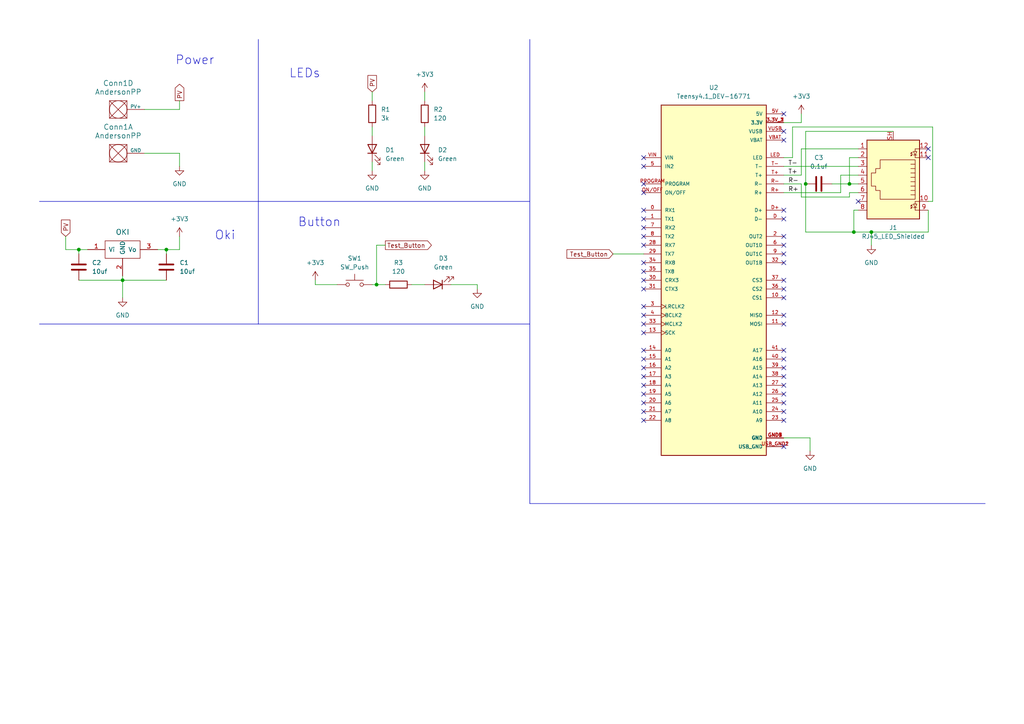
<source format=kicad_sch>
(kicad_sch (version 20230121) (generator eeschema)
  (paper "A4")
  (lib_symbols
    (symbol "Connector:RJ45_LED_Shielded" (pin_names (offset 1.016))
      (property "Reference" "J" (at -5.08 13.97 0))
      (property "Value" "RJ45_LED_Shielded" (at 1.27 13.97 0))
      (symbol "RJ45_LED_Shielded_0_1"
        (polyline (pts (xy -7.62 -7.62) (xy -6.35 -7.62)))
        (polyline (pts (xy -7.62 -5.08) (xy -6.35 -5.08)))
        (polyline (pts (xy -7.62 7.62) (xy -6.35 7.62)))
        (polyline (pts (xy -7.62 10.16) (xy -6.35 10.16)))
        (polyline (pts (xy -6.858 -5.842) (xy -5.842 -5.842)))
        (polyline (pts (xy -6.858 9.398) (xy -5.842 9.398)))
        (polyline (pts (xy -6.35 -7.62) (xy -6.35 -6.858)))
        (polyline (pts (xy -6.35 -5.08) (xy -6.35 -5.842)))
        (polyline (pts (xy -6.35 7.62) (xy -6.35 8.382)))
        (polyline (pts (xy -6.35 10.16) (xy -6.35 9.398)))
        (polyline (pts (xy -5.08 -6.223) (xy -5.207 -6.604)))
        (polyline (pts (xy -5.08 -5.588) (xy -5.207 -5.969)))
        (polyline (pts (xy -5.08 4.445) (xy -6.35 4.445)))
        (polyline (pts (xy -5.08 5.715) (xy -6.35 5.715)))
        (polyline (pts (xy -5.08 9.017) (xy -5.207 8.636)))
        (polyline (pts (xy -5.08 9.652) (xy -5.207 9.271)))
        (polyline (pts (xy -6.35 -3.175) (xy -5.08 -3.175) (xy -5.08 -3.175)))
        (polyline (pts (xy -6.35 -1.905) (xy -5.08 -1.905) (xy -5.08 -1.905)))
        (polyline (pts (xy -6.35 -0.635) (xy -5.08 -0.635) (xy -5.08 -0.635)))
        (polyline (pts (xy -6.35 0.635) (xy -5.08 0.635) (xy -5.08 0.635)))
        (polyline (pts (xy -6.35 1.905) (xy -5.08 1.905) (xy -5.08 1.905)))
        (polyline (pts (xy -5.588 -6.731) (xy -5.08 -6.223) (xy -5.461 -6.35)))
        (polyline (pts (xy -5.588 -6.096) (xy -5.08 -5.588) (xy -5.461 -5.715)))
        (polyline (pts (xy -5.588 8.509) (xy -5.08 9.017) (xy -5.461 8.89)))
        (polyline (pts (xy -5.588 9.144) (xy -5.08 9.652) (xy -5.461 9.525)))
        (polyline (pts (xy -5.08 3.175) (xy -6.35 3.175) (xy -6.35 3.175)))
        (polyline (pts (xy -6.35 -5.842) (xy -6.858 -6.858) (xy -5.842 -6.858) (xy -6.35 -5.842)))
        (polyline (pts (xy -6.35 9.398) (xy -6.858 8.382) (xy -5.842 8.382) (xy -6.35 9.398)))
        (polyline (pts (xy -6.35 -4.445) (xy -6.35 6.985) (xy 3.81 6.985) (xy 3.81 4.445) (xy 5.08 4.445) (xy 5.08 3.175) (xy 6.35 3.175) (xy 6.35 -0.635) (xy 5.08 -0.635) (xy 5.08 -1.905) (xy 3.81 -1.905) (xy 3.81 -4.445) (xy -6.35 -4.445) (xy -6.35 -4.445)))
        (rectangle (start 7.62 12.7) (end -7.62 -10.16) (stroke (width 0.254)) (fill (type background)))
      )
      (symbol "RJ45_LED_Shielded_1_1"
        (pin passive line (at 10.16 -7.62 180) (length 2.54) (name "~") (number "1"))
        (pin passive line (at -10.16 7.62 0) (length 2.54) (name "~") (number "10"))
        (pin passive line (at -10.16 -5.08 0) (length 2.54) (name "~") (number "11"))
        (pin passive line (at -10.16 -7.62 0) (length 2.54) (name "~") (number "12"))
        (pin passive line (at 10.16 -5.08 180) (length 2.54) (name "~") (number "2"))
        (pin passive line (at 10.16 -2.54 180) (length 2.54) (name "~") (number "3"))
        (pin passive line (at 10.16 0 180) (length 2.54) (name "~") (number "4"))
        (pin passive line (at 10.16 2.54 180) (length 2.54) (name "~") (number "5"))
        (pin passive line (at 10.16 5.08 180) (length 2.54) (name "~") (number "6"))
        (pin passive line (at 10.16 7.62 180) (length 2.54) (name "~") (number "7"))
        (pin passive line (at 10.16 10.16 180) (length 2.54) (name "~") (number "8"))
        (pin passive line (at -10.16 10.16 0) (length 2.54) (name "~") (number "9"))
        (pin passive line (at 0 -12.7 90) (length 2.54) (name "~") (number "SH"))
      )
    )
    (symbol "Device:C" (pin_numbers hide) (pin_names (offset 0.254))
      (property "Reference" "C" (at 0.635 2.54 0))
      (property "Value" "C" (at 0.635 -2.54 0))
      (symbol "C_0_1"
        (polyline (pts (xy -2.032 -0.762) (xy 2.032 -0.762)) (stroke (width 0.508)))
        (polyline (pts (xy -2.032 0.762) (xy 2.032 0.762)) (stroke (width 0.508)))
      )
      (symbol "C_1_1"
        (pin passive line (at 0 3.81 270) (length 2.794) (name "~") (number "1"))
        (pin passive line (at 0 -3.81 90) (length 2.794) (name "~") (number "2"))
      )
    )
    (symbol "Device:LED" (pin_numbers hide) (pin_names (offset 1.016) hide)
      (property "Reference" "D" (at 0 2.54 0))
      (property "Value" "LED" (at 0 -2.54 0))
      (symbol "LED_0_1"
        (polyline (pts (xy -1.27 -1.27) (xy -1.27 1.27)) (stroke (width 0.254)))
        (polyline (pts (xy -1.27 0) (xy 1.27 0)))
        (polyline (pts (xy 1.27 -1.27) (xy 1.27 1.27) (xy -1.27 0) (xy 1.27 -1.27)) (stroke (width 0.254)))
        (polyline (pts (xy -3.048 -0.762) (xy -4.572 -2.286) (xy -3.81 -2.286) (xy -4.572 -2.286) (xy -4.572 -1.524)))
        (polyline (pts (xy -1.778 -0.762) (xy -3.302 -2.286) (xy -2.54 -2.286) (xy -3.302 -2.286) (xy -3.302 -1.524)))
      )
      (symbol "LED_1_1"
        (pin passive line (at -3.81 0 0) (length 2.54) (name "K") (number "1"))
        (pin passive line (at 3.81 0 180) (length 2.54) (name "A") (number "2"))
      )
    )
    (symbol "Device:R" (pin_numbers hide) (pin_names (offset 0))
      (property "Reference" "R" (at 2.032 0 90))
      (property "Value" "R" (at 0 0 90))
      (symbol "R_0_1"
        (rectangle (start -1.016 -2.54) (end 1.016 2.54) (stroke (width 0.254)))
      )
      (symbol "R_1_1"
        (pin passive line (at 0 3.81 270) (length 1.27) (name "~") (number "1"))
        (pin passive line (at 0 -3.81 90) (length 1.27) (name "~") (number "2"))
      )
    )
    (symbol "MRDT_Connectors:AndersonPP" (pin_numbers hide) (pin_names (offset 0))
      (property "Reference" "Conn" (at 3.81 -1.27 0))
      (property "Value" "AndersonPP" (at 2.54 6.35 0))
      (symbol "AndersonPP_0_1"
        (polyline (pts (xy 0 5.08) (xy 5.08 0)))
        (polyline (pts (xy 5.08 5.08) (xy 0 0)))
        (rectangle (start 0 0) (end 5.08 5.08))
        (circle (center 2.54 2.54) (radius 2.54))
      )
      (symbol "AndersonPP_1_1"
        (pin input line (at 10.16 2.54 180) (length 5.08) (name "GND") (number "1"))
      )
      (symbol "AndersonPP_2_1"
        (pin input line (at 10.16 2.54 180) (length 5.08) (name "V+Log") (number "2"))
      )
      (symbol "AndersonPP_3_1"
        (pin input line (at 10.16 2.54 180) (length 5.08) (name "V+Act") (number "3"))
      )
      (symbol "AndersonPP_4_1"
        (pin input line (at 10.16 2.54 180) (length 5.08) (name "PV+") (number "4"))
      )
      (symbol "AndersonPP_5_1"
        (pin input line (at 10.16 2.54 180) (length 5.08) (name "~") (number "1"))
      )
    )
    (symbol "MRDT_Devices:OKI" (pin_names (offset 1.016))
      (property "Value" "OKI" (at 5.08 6.35 0))
      (symbol "OKI_0_1"
        (rectangle (start 0 0) (end 10.16 5.08))
      )
      (symbol "OKI_1_1"
        (pin input line (at -5.08 2.54 0) (length 5.08) (name "Vi") (number "1"))
        (pin output line (at 5.08 -5.08 90) (length 5.08) (name "GND") (number "2"))
        (pin output line (at 15.24 2.54 180) (length 5.08) (name "Vo") (number "3"))
      )
    )
    (symbol "MRDT_Shields:Teensy4.1_DEV-16771" (pin_names (offset 1.016))
      (property "Reference" "U" (at -15.24 52.07 0))
      (property "Value" "Teensy4.1_DEV-16771" (at -15.24 -53.34 0))
      (symbol "Teensy4.1_DEV-16771_0_0"
        (rectangle (start -15.24 -50.8) (end 15.24 50.8) (stroke (width 0.254)) (fill (type background)))
        (pin bidirectional line (at -20.32 20.32 0) (length 5.08) (name "RX1") (number "0"))
        (pin bidirectional line (at -20.32 17.78 0) (length 5.08) (name "TX1") (number "1"))
        (pin bidirectional line (at 20.32 -5.08 180) (length 5.08) (name "CS1") (number "10"))
        (pin bidirectional line (at 20.32 -12.7 180) (length 5.08) (name "MOSI") (number "11"))
        (pin bidirectional line (at 20.32 -10.16 180) (length 5.08) (name "MISO") (number "12"))
        (pin bidirectional clock (at -20.32 -15.24 0) (length 5.08) (name "SCK") (number "13"))
        (pin bidirectional line (at -20.32 -20.32 0) (length 5.08) (name "A0") (number "14"))
        (pin bidirectional line (at -20.32 -22.86 0) (length 5.08) (name "A1") (number "15"))
        (pin bidirectional line (at -20.32 -25.4 0) (length 5.08) (name "A2") (number "16"))
        (pin bidirectional line (at -20.32 -27.94 0) (length 5.08) (name "A3") (number "17"))
        (pin bidirectional line (at -20.32 -30.48 0) (length 5.08) (name "A4") (number "18"))
        (pin bidirectional line (at -20.32 -33.02 0) (length 5.08) (name "A5") (number "19"))
        (pin output line (at 20.32 12.7 180) (length 5.08) (name "OUT2") (number "2"))
        (pin bidirectional line (at -20.32 -35.56 0) (length 5.08) (name "A6") (number "20"))
        (pin bidirectional line (at -20.32 -38.1 0) (length 5.08) (name "A7") (number "21"))
        (pin bidirectional line (at -20.32 -40.64 0) (length 5.08) (name "A8") (number "22"))
        (pin bidirectional line (at 20.32 -40.64 180) (length 5.08) (name "A9") (number "23"))
        (pin bidirectional line (at 20.32 -38.1 180) (length 5.08) (name "A10") (number "24"))
        (pin bidirectional line (at 20.32 -35.56 180) (length 5.08) (name "A11") (number "25"))
        (pin bidirectional line (at 20.32 -33.02 180) (length 5.08) (name "A12") (number "26"))
        (pin bidirectional line (at 20.32 -30.48 180) (length 5.08) (name "A13") (number "27"))
        (pin bidirectional line (at -20.32 10.16 0) (length 5.08) (name "RX7") (number "28"))
        (pin bidirectional line (at -20.32 7.62 0) (length 5.08) (name "TX7") (number "29"))
        (pin bidirectional clock (at -20.32 -7.62 0) (length 5.08) (name "LRCLK2") (number "3"))
        (pin power_in line (at 20.32 45.72 180) (length 5.08) (name "3.3V") (number "3.3V_1"))
        (pin power_in line (at 20.32 45.72 180) (length 5.08) (name "3.3V") (number "3.3V_2"))
        (pin power_in line (at 20.32 45.72 180) (length 5.08) (name "3.3V") (number "3.3V_3"))
        (pin bidirectional line (at -20.32 0 0) (length 5.08) (name "CRX3") (number "30"))
        (pin bidirectional line (at -20.32 -2.54 0) (length 5.08) (name "CTX3") (number "31"))
        (pin output line (at 20.32 5.08 180) (length 5.08) (name "OUT1B") (number "32"))
        (pin bidirectional clock (at -20.32 -12.7 0) (length 5.08) (name "MCLK2") (number "33"))
        (pin bidirectional line (at -20.32 5.08 0) (length 5.08) (name "RX8") (number "34"))
        (pin bidirectional line (at -20.32 2.54 0) (length 5.08) (name "TX8") (number "35"))
        (pin bidirectional line (at 20.32 -2.54 180) (length 5.08) (name "CS2") (number "36"))
        (pin bidirectional line (at 20.32 0 180) (length 5.08) (name "CS3") (number "37"))
        (pin bidirectional line (at 20.32 -27.94 180) (length 5.08) (name "A14") (number "38"))
        (pin bidirectional line (at 20.32 -25.4 180) (length 5.08) (name "A15") (number "39"))
        (pin bidirectional clock (at -20.32 -10.16 0) (length 5.08) (name "BCLK2") (number "4"))
        (pin bidirectional line (at 20.32 -22.86 180) (length 5.08) (name "A16") (number "40"))
        (pin bidirectional line (at 20.32 -20.32 180) (length 5.08) (name "A17") (number "41"))
        (pin bidirectional line (at -20.32 33.02 0) (length 5.08) (name "IN2") (number "5"))
        (pin power_in line (at 20.32 48.26 180) (length 5.08) (name "5V") (number "5V"))
        (pin output line (at 20.32 10.16 180) (length 5.08) (name "OUT1D") (number "6"))
        (pin bidirectional line (at -20.32 15.24 0) (length 5.08) (name "RX2") (number "7"))
        (pin bidirectional line (at -20.32 12.7 0) (length 5.08) (name "TX2") (number "8"))
        (pin output line (at 20.32 7.62 180) (length 5.08) (name "OUT1C") (number "9"))
        (pin bidirectional line (at 20.32 17.78 180) (length 5.08) (name "D-") (number "D"))
        (pin bidirectional line (at 20.32 20.32 180) (length 5.08) (name "D+") (number "D+"))
        (pin power_in line (at 20.32 -45.72 180) (length 5.08) (name "GND") (number "GND1"))
        (pin power_in line (at 20.32 -45.72 180) (length 5.08) (name "GND") (number "GND2"))
        (pin power_in line (at 20.32 -45.72 180) (length 5.08) (name "GND") (number "GND3"))
        (pin power_in line (at 20.32 -45.72 180) (length 5.08) (name "GND") (number "GND4"))
        (pin power_in line (at 20.32 -45.72 180) (length 5.08) (name "GND") (number "GND5"))
        (pin bidirectional line (at 20.32 35.56 180) (length 5.08) (name "LED") (number "LED"))
        (pin bidirectional line (at -20.32 25.4 0) (length 5.08) (name "ON/OFF") (number "ON/OFF"))
        (pin bidirectional line (at -20.32 27.94 0) (length 5.08) (name "PROGRAM") (number "PROGRAM"))
        (pin bidirectional line (at 20.32 25.4 180) (length 5.08) (name "R+") (number "R+"))
        (pin bidirectional line (at 20.32 27.94 180) (length 5.08) (name "R-") (number "R-"))
        (pin bidirectional line (at 20.32 30.48 180) (length 5.08) (name "T+") (number "T+"))
        (pin bidirectional line (at 20.32 33.02 180) (length 5.08) (name "T-") (number "T-"))
        (pin power_in line (at 20.32 -48.26 180) (length 5.08) (name "USB_GND") (number "USB_GND1"))
        (pin power_in line (at 20.32 -48.26 180) (length 5.08) (name "USB_GND") (number "USB_GND2"))
        (pin passive line (at 20.32 40.64 180) (length 5.08) (name "VBAT") (number "VBAT"))
        (pin input line (at -20.32 35.56 0) (length 5.08) (name "VIN") (number "VIN"))
        (pin passive line (at 20.32 43.18 180) (length 5.08) (name "VUSB") (number "VUSB"))
      )
    )
    (symbol "Switch:SW_Push" (pin_numbers hide) (pin_names (offset 1.016) hide)
      (property "Reference" "SW" (at 1.27 2.54 0))
      (property "Value" "SW_Push" (at 0 -1.524 0))
      (symbol "SW_Push_0_1"
        (circle (center -2.032 0) (radius 0.508))
        (polyline (pts (xy 0 1.27) (xy 0 3.048)))
        (polyline (pts (xy 2.54 1.27) (xy -2.54 1.27)))
        (circle (center 2.032 0) (radius 0.508))
        (pin passive line (at -5.08 0 0) (length 2.54) (name "1") (number "1"))
        (pin passive line (at 5.08 0 180) (length 2.54) (name "2") (number "2"))
      )
    )
    (symbol "power:+3V3" (power) (pin_names (offset 0))
      (property "Value" "+3V3" (at 0 3.556 0))
      (symbol "+3V3_0_1"
        (polyline (pts (xy -0.762 1.27) (xy 0 2.54)))
        (polyline (pts (xy 0 0) (xy 0 2.54)))
        (polyline (pts (xy 0 2.54) (xy 0.762 1.27)))
      )
      (symbol "+3V3_1_1"
        (pin power_in line (at 0 0 90) (length 0) hide (name "+3V3") (number "1"))
      )
    )
    (symbol "power:GND" (power) (pin_names (offset 0))
      (property "Value" "GND" (at 0 -3.81 0))
      (symbol "GND_0_1"
        (polyline (pts (xy 0 0) (xy 0 -1.27) (xy 1.27 -1.27) (xy 0 -2.54) (xy -1.27 -1.27) (xy 0 -1.27)))
      )
      (symbol "GND_1_1"
        (pin power_in line (at 0 0 270) (length 0) hide (name "GND") (number "1"))
      )
    )
  )
  (junction (at 247.65 67.31))
  (junction (at 22.86 72.39))
  (junction (at 35.56 81.28))
  (junction (at 109.22 82.55))
  (junction (at 48.26 72.39))
  (junction (at 252.73 67.31))
  (junction (at 246.38 53.34))
  (junction (at 233.68 53.34))
  (no_connect (at 186.69 91.44))
  (no_connect (at 227.33 101.6))
  (no_connect (at 227.33 71.12))
  (no_connect (at 227.33 60.96))
  (no_connect (at 227.33 116.84))
  (no_connect (at 186.69 48.26))
  (no_connect (at 186.69 111.76))
  (no_connect (at 186.69 63.5))
  (no_connect (at 269.24 43.18))
  (no_connect (at 227.33 111.76))
  (no_connect (at 186.69 93.98))
  (no_connect (at 186.69 78.74))
  (no_connect (at 186.69 109.22))
  (no_connect (at 227.33 83.82))
  (no_connect (at 186.69 101.6))
  (no_connect (at 227.33 73.66))
  (no_connect (at 186.69 81.28))
  (no_connect (at 186.69 114.3))
  (no_connect (at 186.69 66.04))
  (no_connect (at 227.33 38.1))
  (no_connect (at 186.69 76.2))
  (no_connect (at 227.33 114.3))
  (no_connect (at 186.69 71.12))
  (no_connect (at 186.69 121.92))
  (no_connect (at 227.33 63.5))
  (no_connect (at 186.69 106.68))
  (no_connect (at 227.33 86.36))
  (no_connect (at 227.33 81.28))
  (no_connect (at 186.69 68.58))
  (no_connect (at 227.33 119.38))
  (no_connect (at 269.24 45.72))
  (no_connect (at 227.33 104.14))
  (no_connect (at 227.33 129.54))
  (no_connect (at 186.69 83.82))
  (no_connect (at 186.69 60.96))
  (no_connect (at 186.69 96.52))
  (no_connect (at 227.33 109.22))
  (no_connect (at 248.92 58.42))
  (no_connect (at 186.69 104.14))
  (no_connect (at 186.69 55.88))
  (no_connect (at 227.33 33.02))
  (no_connect (at 227.33 76.2))
  (no_connect (at 186.69 119.38))
  (no_connect (at 186.69 88.9))
  (no_connect (at 186.69 116.84))
  (no_connect (at 227.33 91.44))
  (no_connect (at 186.69 53.34))
  (no_connect (at 227.33 121.92))
  (no_connect (at 227.33 93.98))
  (no_connect (at 186.69 45.72))
  (no_connect (at 227.33 68.58))
  (no_connect (at 227.33 106.68))
  (no_connect (at 227.33 40.64))
  (wire (pts (xy 227.33 48.26) (xy 248.92 48.26)))
  (wire (pts (xy 246.38 55.88) (xy 246.38 57.15)))
  (wire (pts (xy 234.95 127) (xy 227.33 127)))
  (wire (pts (xy 248.92 60.96) (xy 247.65 60.96)))
  (polyline (pts (xy 11.43 58.42) (xy 153.67 58.42)))
  (wire (pts (xy 248.92 55.88) (xy 246.38 55.88)))
  (wire (pts (xy 22.86 72.39) (xy 25.4 72.39)))
  (wire (pts (xy 111.76 71.12) (xy 109.22 71.12)))
  (wire (pts (xy 243.84 50.8) (xy 243.84 55.88)))
  (wire (pts (xy 246.38 45.72) (xy 246.38 53.34)))
  (wire (pts (xy 241.3 53.34) (xy 246.38 53.34)))
  (polyline (pts (xy 153.67 11.43) (xy 153.67 146.05)))
  (wire (pts (xy 269.24 58.42) (xy 270.51 58.42)))
  (wire (pts (xy 248.92 50.8) (xy 243.84 50.8)))
  (wire (pts (xy 109.22 71.12) (xy 109.22 82.55)))
  (wire (pts (xy 232.41 43.18) (xy 248.92 43.18)))
  (wire (pts (xy 91.44 82.55) (xy 97.79 82.55)))
  (wire (pts (xy 48.26 72.39) (xy 52.07 72.39)))
  (wire (pts (xy 269.24 67.31) (xy 252.73 67.31)))
  (wire (pts (xy 35.56 81.28) (xy 48.26 81.28)))
  (wire (pts (xy 91.44 81.28) (xy 91.44 82.55)))
  (wire (pts (xy 248.92 45.72) (xy 246.38 45.72)))
  (polyline (pts (xy 74.93 11.43) (xy 74.93 93.98)))
  (wire (pts (xy 246.38 53.34) (xy 248.92 53.34)))
  (wire (pts (xy 259.08 38.1) (xy 233.68 38.1)))
  (wire (pts (xy 107.95 36.83) (xy 107.95 39.37)))
  (wire (pts (xy 52.07 44.45) (xy 41.91 44.45)))
  (wire (pts (xy 232.41 57.15) (xy 232.41 53.34)))
  (wire (pts (xy 233.68 67.31) (xy 233.68 53.34)))
  (wire (pts (xy 48.26 72.39) (xy 45.72 72.39)))
  (wire (pts (xy 107.95 82.55) (xy 109.22 82.55)))
  (wire (pts (xy 243.84 55.88) (xy 227.33 55.88)))
  (polyline (pts (xy 153.67 146.05) (xy 285.75 146.05)))
  (wire (pts (xy 252.73 67.31) (xy 252.73 71.12)))
  (wire (pts (xy 232.41 35.56) (xy 232.41 33.02)))
  (wire (pts (xy 247.65 60.96) (xy 247.65 67.31)))
  (wire (pts (xy 123.19 46.99) (xy 123.19 49.53)))
  (wire (pts (xy 270.51 58.42) (xy 270.51 36.83)))
  (wire (pts (xy 252.73 67.31) (xy 247.65 67.31)))
  (wire (pts (xy 247.65 67.31) (xy 233.68 67.31)))
  (wire (pts (xy 22.86 72.39) (xy 22.86 73.66)))
  (wire (pts (xy 177.8 73.66) (xy 186.69 73.66)))
  (wire (pts (xy 109.22 82.55) (xy 111.76 82.55)))
  (wire (pts (xy 107.95 46.99) (xy 107.95 49.53)))
  (wire (pts (xy 232.41 50.8) (xy 232.41 43.18)))
  (wire (pts (xy 270.51 36.83) (xy 229.87 36.83)))
  (wire (pts (xy 227.33 50.8) (xy 232.41 50.8)))
  (wire (pts (xy 234.95 130.81) (xy 234.95 127)))
  (wire (pts (xy 48.26 73.66) (xy 48.26 72.39)))
  (wire (pts (xy 41.91 31.75) (xy 52.07 31.75)))
  (wire (pts (xy 233.68 38.1) (xy 233.68 53.34)))
  (wire (pts (xy 229.87 36.83) (xy 229.87 45.72)))
  (wire (pts (xy 123.19 36.83) (xy 123.19 39.37)))
  (wire (pts (xy 229.87 45.72) (xy 227.33 45.72)))
  (wire (pts (xy 119.38 82.55) (xy 123.19 82.55)))
  (wire (pts (xy 269.24 60.96) (xy 269.24 67.31)))
  (wire (pts (xy 130.81 82.55) (xy 138.43 82.55)))
  (wire (pts (xy 246.38 57.15) (xy 232.41 57.15)))
  (wire (pts (xy 107.95 26.67) (xy 107.95 29.21)))
  (wire (pts (xy 52.07 68.58) (xy 52.07 72.39)))
  (wire (pts (xy 138.43 82.55) (xy 138.43 83.82)))
  (wire (pts (xy 52.07 48.26) (xy 52.07 44.45)))
  (wire (pts (xy 35.56 81.28) (xy 35.56 86.36)))
  (wire (pts (xy 19.05 72.39) (xy 22.86 72.39)))
  (wire (pts (xy 227.33 35.56) (xy 232.41 35.56)))
  (wire (pts (xy 123.19 26.67) (xy 123.19 29.21)))
  (wire (pts (xy 22.86 81.28) (xy 35.56 81.28)))
  (wire (pts (xy 35.56 80.01) (xy 35.56 81.28)))
  (wire (pts (xy 232.41 53.34) (xy 227.33 53.34)))
  (polyline (pts (xy 11.43 93.98) (xy 153.67 93.98)))
  (wire (pts (xy 19.05 68.58) (xy 19.05 72.39)))
  (wire (pts (xy 52.07 31.75) (xy 52.07 29.21)))
  (text "Button\n" (at 86.36 66.04 0) (effects (font (size 2.54 2.54)) (justify left bottom)))
  (text "Oki" (at 62.23 69.85 0) (effects (font (size 2.54 2.54)) (justify left bottom)))
  (text "LEDs" (at 83.82 22.86 0) (effects (font (size 2.54 2.54)) (justify left bottom)))
  (text "Power" (at 50.8 19.05 0) (effects (font (size 2.54 2.54)) (justify left bottom)))
  (label "R+" (at 228.6 55.88 0))
  (label "T+" (at 228.6 50.8 0))
  (label "T-" (at 228.6 48.26 0))
  (label "R-" (at 228.6 53.34 0))
  (global_label "PV" (shape input) (at 107.95 26.67 90) (property "Intersheetrefs" "${INTERSHEET_REFS}" (effects hide)))
  (global_label "PV" (shape output) (at 52.07 29.21 90) (property "Intersheetrefs" "${INTERSHEET_REFS}" (effects hide)))
  (global_label "Test_Button" (shape output) (at 111.76 71.12 0) (property "Intersheetrefs" "${INTERSHEET_REFS}" (effects hide)))
  (global_label "Test_Button" (shape input) (at 177.8 73.66 180) (property "Intersheetrefs" "${INTERSHEET_REFS}" (effects hide)))
  (global_label "PV" (shape input) (at 19.05 68.58 90) (property "Intersheetrefs" "${INTERSHEET_REFS}" (effects hide)))
  (symbol (lib_id "power:GND") (at 252.73 71.12 0) (unit 1)
    (property "Reference" "#PWR09" (effects hide))
    (property "Value" "GND" (at 252.73 76.2 0))
  )
  (symbol (lib_id "Device:R") (at 115.57 82.55 90) (unit 1)
    (property "Reference" "R3" (at 115.57 76.2 90))
    (property "Value" "120" (at 115.57 78.74 90))
  )
  (symbol (lib_id "power:+3V3") (at 52.07 68.58 0) (unit 1)
    (property "Reference" "#PWR02" (effects hide))
    (property "Value" "+3V3" (at 52.07 63.5 0))
  )
  (symbol (lib_id "Device:LED") (at 127 82.55 180) (unit 1)
    (property "Reference" "D3" (at 128.5875 74.93 0))
    (property "Value" "Green" (at 128.5875 77.47 0))
  )
  (symbol (lib_id "Device:C") (at 48.26 77.47 0) (unit 1)
    (property "Reference" "C1" (at 52.07 76.2 0) (effects (justify left)))
    (property "Value" "10uf" (at 52.07 78.74 0) (effects (justify left)))
  )
  (symbol (lib_id "power:GND") (at 234.95 130.81 0) (unit 1)
    (property "Reference" "#PWR08" (effects hide))
    (property "Value" "GND" (at 234.95 135.89 0))
  )
  (symbol (lib_id "power:GND") (at 138.43 83.82 0) (unit 1)
    (property "Reference" "#PWR011" (effects hide))
    (property "Value" "GND" (at 138.43 88.9 0))
  )
  (symbol (lib_id "Device:LED") (at 123.19 43.18 90) (unit 1)
    (property "Reference" "D2" (at 127 43.4975 90) (effects (justify right)))
    (property "Value" "Green" (at 127 46.0375 90) (effects (justify right)))
  )
  (symbol (lib_id "power:GND") (at 52.07 48.26 0) (unit 1)
    (property "Reference" "#PWR01" (effects hide))
    (property "Value" "GND" (at 52.07 53.34 0))
  )
  (symbol (lib_id "Connector:RJ45_LED_Shielded") (at 259.08 50.8 180) (unit 1)
    (property "Reference" "J1" (at 259.08 66.04 0))
    (property "Value" "RJ45_LED_Shielded" (at 259.08 68.58 0))
  )
  (symbol (lib_id "Switch:SW_Push") (at 102.87 82.55 0) (unit 1)
    (property "Reference" "SW1" (at 102.87 74.93 0))
    (property "Value" "SW_Push" (at 102.87 77.47 0))
  )
  (symbol (lib_id "Device:C") (at 237.49 53.34 90) (unit 1)
    (property "Reference" "C3" (at 237.49 45.72 90))
    (property "Value" "0.1uf" (at 237.49 48.26 90))
  )
  (symbol (lib_id "power:+3V3") (at 232.41 33.02 0) (unit 1)
    (property "Reference" "#PWR07" (effects hide))
    (property "Value" "+3V3" (at 232.41 27.94 0))
  )
  (symbol (lib_id "power:+3V3") (at 91.44 81.28 0) (unit 1)
    (property "Reference" "#PWR010" (effects hide))
    (property "Value" "+3V3" (at 91.44 76.2 0))
  )
  (symbol (lib_id "MRDT_Devices:OKI") (at 30.48 74.93 0) (unit 1)
    (property "Reference" "U1" (effects hide))
    (property "Value" "OKI" (at 35.56 67.31 0) (effects (font (size 1.524 1.524))))
  )
  (symbol (lib_id "power:GND") (at 35.56 86.36 0) (unit 1)
    (property "Reference" "#PWR03" (effects hide))
    (property "Value" "GND" (at 35.56 91.44 0))
  )
  (symbol (lib_id "MRDT_Connectors:AndersonPP") (at 31.75 34.29 0) (unit 4)
    (property "Reference" "Conn1" (at 34.29 24.13 0) (effects (font (size 1.524 1.524))))
    (property "Value" "AndersonPP" (at 34.29 26.67 0) (effects (font (size 1.524 1.524))))
  )
  (symbol (lib_id "MRDT_Shields:Teensy4.1_DEV-16771") (at 207.01 81.28 0) (unit 1)
    (property "Reference" "U2" (at 207.01 25.4 0))
    (property "Value" "Teensy4.1_DEV-16771" (at 207.01 27.94 0))
    (property "Footprint" "MODULE_DEV-16771" (effects hide))
    (property "STANDARD" "Manufacturer recommendations" (effects hide))
    (property "MAXIMUM_PACKAGE_HEIGHT" "4.07mm" (effects hide))
    (property "MANUFACTURER" "SparkFun Electronics" (effects hide))
    (property "PARTREV" "4.1" (effects hide))
  )
  (symbol (lib_id "power:GND") (at 107.95 49.53 0) (unit 1)
    (property "Reference" "#PWR04" (effects hide))
    (property "Value" "GND" (at 107.95 54.61 0))
  )
  (symbol (lib_id "Device:R") (at 107.95 33.02 0) (unit 1)
    (property "Reference" "R1" (at 110.49 31.75 0) (effects (justify left)))
    (property "Value" "3k" (at 110.49 34.29 0) (effects (justify left)))
  )
  (symbol (lib_id "Device:C") (at 22.86 77.47 0) (unit 1)
    (property "Reference" "C2" (at 26.67 76.2 0) (effects (justify left)))
    (property "Value" "10uf" (at 26.67 78.74 0) (effects (justify left)))
  )
  (symbol (lib_id "MRDT_Connectors:AndersonPP") (at 31.75 46.99 0) (unit 1)
    (property "Reference" "Conn1" (at 34.29 36.83 0) (effects (font (size 1.524 1.524))))
    (property "Value" "AndersonPP" (at 34.29 39.37 0) (effects (font (size 1.524 1.524))))
  )
  (symbol (lib_id "power:+3V3") (at 123.19 26.67 0) (unit 1)
    (property "Reference" "#PWR06" (effects hide))
    (property "Value" "+3V3" (at 123.19 21.59 0))
  )
  (symbol (lib_id "Device:LED") (at 107.95 43.18 90) (unit 1)
    (property "Reference" "D1" (at 111.76 43.4975 90) (effects (justify right)))
    (property "Value" "Green" (at 111.76 46.0375 90) (effects (justify right)))
  )
  (symbol (lib_id "power:GND") (at 123.19 49.53 0) (unit 1)
    (property "Reference" "#PWR05" (effects hide))
    (property "Value" "GND" (at 123.19 54.61 0))
  )
  (symbol (lib_id "Device:R") (at 123.19 33.02 0) (unit 1)
    (property "Reference" "R2" (at 125.73 31.75 0) (effects (justify left)))
    (property "Value" "120" (at 125.73 34.29 0) (effects (justify left)))
  )
)
</source>
